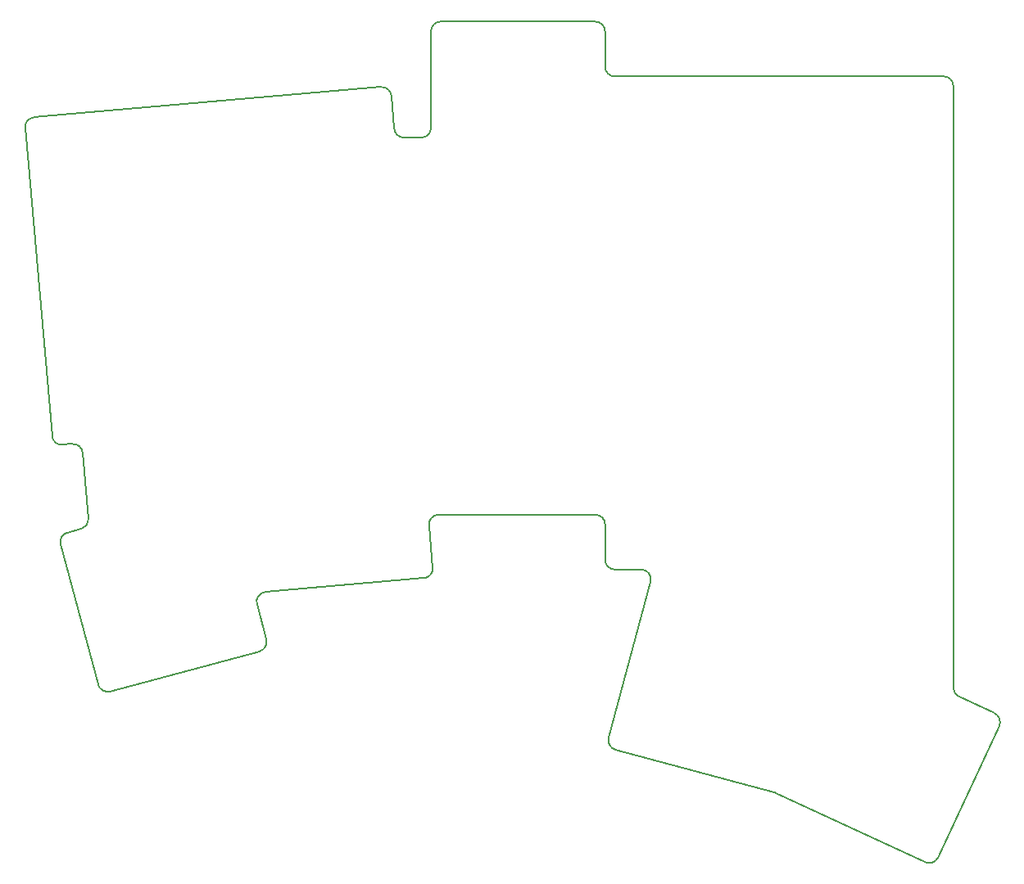
<source format=gbr>
%TF.GenerationSoftware,KiCad,Pcbnew,(5.1.10)-1*%
%TF.CreationDate,2021-07-02T19:59:24+02:00*%
%TF.ProjectId,newidea,6e657769-6465-4612-9e6b-696361645f70,VERSION_HERE*%
%TF.SameCoordinates,Original*%
%TF.FileFunction,Profile,NP*%
%FSLAX46Y46*%
G04 Gerber Fmt 4.6, Leading zero omitted, Abs format (unit mm)*
G04 Created by KiCad (PCBNEW (5.1.10)-1) date 2021-07-02 19:59:24*
%MOMM*%
%LPD*%
G01*
G04 APERTURE LIST*
%TA.AperFunction,Profile*%
%ADD10C,0.150000*%
%TD*%
G04 APERTURE END LIST*
D10*
X8072632Y6139817D02*
X23527445Y10280922D01*
X24234552Y11505667D02*
G75*
G02*
X23527445Y10280922I-965926J-258819D01*
G01*
X24234552Y11505667D02*
X23257169Y15153307D01*
X5113222Y22946541D02*
X3672708Y22560556D01*
X2965601Y21335811D02*
G75*
G02*
X3672708Y22560556I965926J258819D01*
G01*
X2965601Y21335811D02*
X6847887Y6846924D01*
X8072631Y6139818D02*
G75*
G02*
X6847887Y6846924I-258819J965925D01*
G01*
X24135939Y16408321D02*
X40519223Y17841673D01*
X41428261Y18925023D02*
G75*
G02*
X40519223Y17841673I-996194J-87156D01*
G01*
X41428262Y18925023D02*
X41043227Y23325988D01*
X5254111Y30817493D02*
X5850598Y23999622D01*
X4170761Y31726532D02*
X3174566Y31639376D01*
X-697768Y64426645D02*
X2091216Y32548415D01*
X37456192Y64325988D02*
X37157630Y67738563D01*
X36074281Y68647602D02*
G75*
G02*
X37157630Y67738563I87155J-996194D01*
G01*
X211271Y65509996D02*
X36074280Y68647602D01*
X42039422Y24413144D02*
X58242658Y24413144D01*
X38452387Y63413144D02*
X40242658Y63413144D01*
X59242658Y70746477D02*
X59242658Y74413144D01*
X58242658Y75413144D02*
G75*
G02*
X59242658Y74413144I0J-1000000D01*
G01*
X58242658Y75413144D02*
X42242658Y75413144D01*
X41242658Y74413144D02*
G75*
G02*
X42242658Y75413144I1000000J0D01*
G01*
X41242658Y64413144D02*
X41242658Y74413144D01*
X60242658Y18746477D02*
X62971312Y18746477D01*
X59242658Y23413144D02*
X59242658Y19746477D01*
X60242658Y18746477D02*
G75*
G02*
X59242658Y19746477I0J1000000D01*
G01*
X60242658Y69746477D02*
X94242658Y69746477D01*
X95242658Y6488211D02*
X95242658Y68746477D01*
X60315290Y106660D02*
X76736029Y-4293263D01*
X59608183Y1331405D02*
X63937238Y17487658D01*
X60315290Y106660D02*
G75*
G02*
X59608183Y1331405I258819J965926D01*
G01*
X76899828Y-4352881D02*
X92307060Y-11537392D01*
X93635987Y-11053703D02*
G75*
G02*
X92307060Y-11537392I-906308J422619D01*
G01*
X93635987Y-11053702D02*
X99975260Y2540914D01*
X99491572Y3869840D02*
G75*
G02*
X99975260Y2540914I-422619J-906307D01*
G01*
X99491571Y3869841D02*
X95820040Y5581903D01*
X23257169Y15153307D02*
G75*
G02*
X24135939Y16408321I965926J258819D01*
G01*
X41043227Y23325988D02*
G75*
G02*
X42039422Y24413144I996195J87156D01*
G01*
X58242658Y24413144D02*
G75*
G02*
X59242658Y23413144I0J-1000000D01*
G01*
X62971312Y18746477D02*
G75*
G02*
X63937238Y17487658I0J-1000000D01*
G01*
X76736029Y-4293263D02*
G75*
G02*
X76899828Y-4352881I-258819J-965926D01*
G01*
X95820040Y5581903D02*
G75*
G02*
X95242658Y6488211I422618J906308D01*
G01*
X94242658Y69746477D02*
G75*
G02*
X95242658Y68746477I0J-1000000D01*
G01*
X60242658Y69746477D02*
G75*
G02*
X59242658Y70746477I0J1000000D01*
G01*
X41242658Y64413144D02*
G75*
G02*
X40242658Y63413144I-1000000J0D01*
G01*
X38452387Y63413144D02*
G75*
G02*
X37456192Y64325988I0J1000000D01*
G01*
X-697768Y64426645D02*
G75*
G02*
X211271Y65509996I996195J87156D01*
G01*
X3174567Y31639376D02*
G75*
G02*
X2091216Y32548415I-87156J996195D01*
G01*
X4170761Y31726531D02*
G75*
G02*
X5254111Y30817493I87156J-996194D01*
G01*
X5850598Y23999623D02*
G75*
G02*
X5113222Y22946541I-996195J-87156D01*
G01*
M02*

</source>
